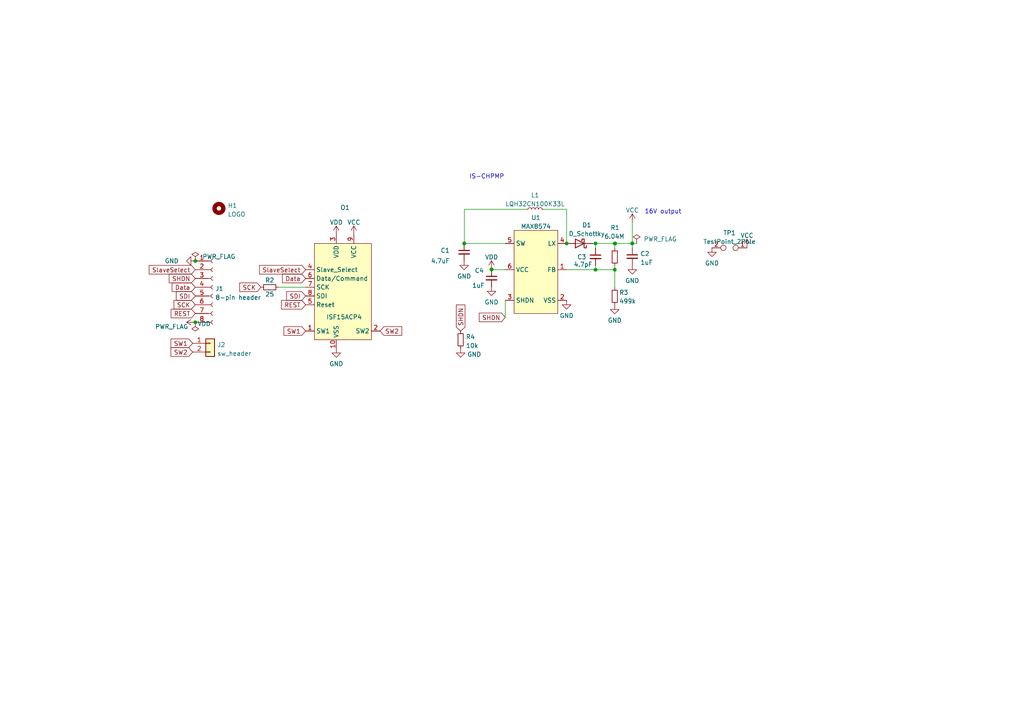
<source format=kicad_sch>
(kicad_sch (version 20211123) (generator eeschema)
  (paper "A4")
  (lib_symbols
    (symbol "Connector:Conn_01x08_Female" (pin_names (offset 1.016) hide)
      (property "Reference" "J" (at 0 10.16 0))
      (property "Value" "Conn_01x08_Female" (at 0 -12.7 0))
      (symbol "Conn_01x08_Female_1_1"
        (arc (start 0 -9.652) (mid -0.508 -10.16) (end 0 -10.668) (stroke (width 0.1524)))
        (arc (start 0 -7.112) (mid -0.508 -7.62) (end 0 -8.128) (stroke (width 0.1524)))
        (arc (start 0 -4.572) (mid -0.508 -5.08) (end 0 -5.588) (stroke (width 0.1524)))
        (arc (start 0 -2.032) (mid -0.508 -2.54) (end 0 -3.048) (stroke (width 0.1524)))
        (polyline (pts (xy -1.27 -10.16) (xy -0.508 -10.16)) (stroke (width 0.1524)))
        (polyline (pts (xy -1.27 -7.62) (xy -0.508 -7.62)) (stroke (width 0.1524)))
        (polyline (pts (xy -1.27 -5.08) (xy -0.508 -5.08)) (stroke (width 0.1524)))
        (polyline (pts (xy -1.27 -2.54) (xy -0.508 -2.54)) (stroke (width 0.1524)))
        (polyline (pts (xy -1.27 0) (xy -0.508 0)) (stroke (width 0.1524)))
        (polyline (pts (xy -1.27 2.54) (xy -0.508 2.54)) (stroke (width 0.1524)))
        (polyline (pts (xy -1.27 5.08) (xy -0.508 5.08)) (stroke (width 0.1524)))
        (polyline (pts (xy -1.27 7.62) (xy -0.508 7.62)) (stroke (width 0.1524)))
        (arc (start 0 0.508) (mid -0.508 0) (end 0 -0.508) (stroke (width 0.1524)))
        (arc (start 0 3.048) (mid -0.508 2.54) (end 0 2.032) (stroke (width 0.1524)))
        (arc (start 0 5.588) (mid -0.508 5.08) (end 0 4.572) (stroke (width 0.1524)))
        (arc (start 0 8.128) (mid -0.508 7.62) (end 0 7.112) (stroke (width 0.1524)))
        (pin passive line (at -5.08 7.62 0) (length 3.81) (name "Pin_1") (number "1"))
        (pin passive line (at -5.08 5.08 0) (length 3.81) (name "Pin_2") (number "2"))
        (pin passive line (at -5.08 2.54 0) (length 3.81) (name "Pin_3") (number "3"))
        (pin passive line (at -5.08 0 0) (length 3.81) (name "Pin_4") (number "4"))
        (pin passive line (at -5.08 -2.54 0) (length 3.81) (name "Pin_5") (number "5"))
        (pin passive line (at -5.08 -5.08 0) (length 3.81) (name "Pin_6") (number "6"))
        (pin passive line (at -5.08 -7.62 0) (length 3.81) (name "Pin_7") (number "7"))
        (pin passive line (at -5.08 -10.16 0) (length 3.81) (name "Pin_8") (number "8"))
      )
    )
    (symbol "Connector:TestPoint_2Pole" (pin_names (offset 0.762) hide)
      (property "Reference" "TP" (at 0 1.524 0))
      (property "Value" "TestPoint_2Pole" (at 0 -1.778 0))
      (symbol "TestPoint_2Pole_0_1"
        (circle (center -1.778 0) (radius 0.762))
        (circle (center 1.778 0) (radius 0.762))
        (pin passive line (at -5.08 0 0) (length 2.54) (name "1") (number "1"))
        (pin passive line (at 5.08 0 180) (length 2.54) (name "2") (number "2"))
      )
    )
    (symbol "Connector_Generic:Conn_01x02" (pin_names (offset 1.016) hide)
      (property "Reference" "J" (at 0 2.54 0))
      (property "Value" "Conn_01x02" (at 0 -5.08 0))
      (symbol "Conn_01x02_1_1"
        (rectangle (start -1.27 -2.413) (end 0 -2.667) (stroke (width 0.1524)))
        (rectangle (start -1.27 0.127) (end 0 -0.127) (stroke (width 0.1524)))
        (rectangle (start -1.27 1.27) (end 1.27 -3.81) (stroke (width 0.254)) (fill (type background)))
        (pin passive line (at -5.08 0 0) (length 3.81) (name "Pin_1") (number "1"))
        (pin passive line (at -5.08 -2.54 0) (length 3.81) (name "Pin_2") (number "2"))
      )
    )
    (symbol "Device:C_Small" (pin_numbers hide) (pin_names (offset 0.254) hide)
      (property "Reference" "C" (at 0.254 1.778 0))
      (property "Value" "C_Small" (at 0.254 -2.032 0))
      (symbol "C_Small_0_1"
        (polyline (pts (xy -1.524 -0.508) (xy 1.524 -0.508)) (stroke (width 0.3302)))
        (polyline (pts (xy -1.524 0.508) (xy 1.524 0.508)) (stroke (width 0.3048)))
      )
      (symbol "C_Small_1_1"
        (pin passive line (at 0 2.54 270) (length 2.032) (name "~") (number "1"))
        (pin passive line (at 0 -2.54 90) (length 2.032) (name "~") (number "2"))
      )
    )
    (symbol "Device:D_Schottky" (pin_numbers hide) (pin_names (offset 1.016) hide)
      (property "Reference" "D" (at 0 2.54 0))
      (property "Value" "D_Schottky" (at 0 -2.54 0))
      (symbol "D_Schottky_0_1"
        (polyline (pts (xy 1.27 0) (xy -1.27 0)))
        (polyline (pts (xy 1.27 1.27) (xy 1.27 -1.27) (xy -1.27 0) (xy 1.27 1.27)) (stroke (width 0.254)))
        (polyline (pts (xy -1.905 0.635) (xy -1.905 1.27) (xy -1.27 1.27) (xy -1.27 -1.27) (xy -0.635 -1.27) (xy -0.635 -0.635)) (stroke (width 0.254)))
      )
      (symbol "D_Schottky_1_1"
        (pin passive line (at -3.81 0 0) (length 2.54) (name "K") (number "1"))
        (pin passive line (at 3.81 0 180) (length 2.54) (name "A") (number "2"))
      )
    )
    (symbol "Device:L_Small" (pin_numbers hide) (pin_names (offset 0.254) hide)
      (property "Reference" "L" (at 0.762 1.016 0))
      (property "Value" "L_Small" (at 0.762 -1.016 0))
      (symbol "L_Small_0_1"
        (arc (start 0 -2.032) (mid 0.508 -1.524) (end 0 -1.016))
        (arc (start 0 -1.016) (mid 0.508 -0.508) (end 0 0))
        (arc (start 0 0) (mid 0.508 0.508) (end 0 1.016))
        (arc (start 0 1.016) (mid 0.508 1.524) (end 0 2.032))
      )
      (symbol "L_Small_1_1"
        (pin passive line (at 0 2.54 270) (length 0.508) (name "~") (number "1"))
        (pin passive line (at 0 -2.54 90) (length 0.508) (name "~") (number "2"))
      )
    )
    (symbol "Device:R_Small" (pin_numbers hide) (pin_names (offset 0.254) hide)
      (property "Reference" "R" (at 0.762 0.508 0))
      (property "Value" "R_Small" (at 0.762 -1.016 0))
      (symbol "R_Small_0_1"
        (rectangle (start -0.762 1.778) (end 0.762 -1.778) (stroke (width 0.2032)))
      )
      (symbol "R_Small_1_1"
        (pin passive line (at 0 2.54 270) (length 0.762) (name "~") (number "1"))
        (pin passive line (at 0 -2.54 90) (length 0.762) (name "~") (number "2"))
      )
    )
    (symbol "Mechanical:MountingHole" (pin_names (offset 1.016))
      (property "Reference" "H" (at 0 5.08 0))
      (property "Value" "MountingHole" (at 0 3.175 0))
      (symbol "MountingHole_0_1"
        (circle (center 0 0) (radius 1.27) (stroke (width 1.27)))
      )
    )
    (symbol "oled-switch:ISF15ACP4"
      (property "Reference" "O?" (at 0 -24.13 0))
      (property "Value" "ISF15ACP4" (at -0.5732 -14.2853 0))
      (symbol "ISF15ACP4_0_0"
        (pin bidirectional line (at -11.43 -19.05 0) (length 2.54) (name "SW1") (number "1"))
        (pin power_in line (at -2.54 -24.13 90) (length 2.54) (name "VSS") (number "10"))
        (pin bidirectional line (at 10.16 -19.05 180) (length 2.54) (name "SW2") (number "2"))
        (pin power_in line (at -2.54 8.89 270) (length 2.54) (name "VDD") (number "3"))
        (pin input line (at -11.43 -1.27 0) (length 2.54) (name "Slave_Select") (number "4"))
        (pin output line (at -11.43 -11.43 0) (length 2.54) (name "Reset") (number "5"))
        (pin input line (at -11.43 -3.81 0) (length 2.54) (name "Data/Command") (number "6"))
        (pin input line (at -11.43 -6.35 0) (length 2.54) (name "SCK") (number "7"))
        (pin input line (at -11.43 -8.89 0) (length 2.54) (name "SDI") (number "8"))
        (pin power_in line (at 2.54 8.89 270) (length 2.54) (name "VCC") (number "9"))
      )
      (symbol "ISF15ACP4_0_1"
        (rectangle (start -8.89 6.35) (end 7.62 -21.59) (stroke (width 0.1524)) (fill (type background)))
      )
    )
    (symbol "oled-switch:MAX8574"
      (property "Reference" "U" (at 0 13.97 0))
      (property "Value" "MAX8574" (at 0 8.89 0))
      (symbol "MAX8574_0_0"
        (pin output line (at 8.89 0 180) (length 2.54) (name "FB") (number "1"))
        (pin input line (at 8.89 -8.89 180) (length 2.54) (name "VSS") (number "2"))
        (pin passive line (at -8.89 -8.89 0) (length 2.54) (name "SHDN") (number "3"))
        (pin passive line (at 8.89 7.62 180) (length 2.54) (name "LX") (number "4"))
        (pin passive line (at -8.89 7.62 0) (length 2.54) (name "SW") (number "5"))
        (pin power_in line (at -8.89 0 0) (length 2.54) (name "VCC") (number "6"))
      )
      (symbol "MAX8574_0_1"
        (rectangle (start -6.35 11.43) (end 6.35 -12.7) (stroke (width 0.1524)) (fill (type background)))
      )
    )
    (symbol "power:GND" (power) (pin_names (offset 0))
      (property "Value" "GND" (at 0 -3.81 0))
      (symbol "GND_0_1"
        (polyline (pts (xy 0 0) (xy 0 -1.27) (xy 1.27 -1.27) (xy 0 -2.54) (xy -1.27 -1.27) (xy 0 -1.27)))
      )
      (symbol "GND_1_1"
        (pin power_in line (at 0 0 270) (length 0) hide (name "GND") (number "1"))
      )
    )
    (symbol "power:PWR_FLAG" (power) (pin_numbers hide) (pin_names (offset 0) hide)
      (property "Value" "PWR_FLAG" (at 0 3.81 0))
      (symbol "PWR_FLAG_0_0"
        (pin power_out line (at 0 0 90) (length 0) (name "pwr") (number "1"))
      )
      (symbol "PWR_FLAG_0_1"
        (polyline (pts (xy 0 0) (xy 0 1.27) (xy -1.016 1.905) (xy 0 2.54) (xy 1.016 1.905) (xy 0 1.27)))
      )
    )
    (symbol "power:VCC" (power) (pin_names (offset 0))
      (property "Value" "VCC" (at 0 3.81 0))
      (symbol "VCC_0_1"
        (polyline (pts (xy -0.762 1.27) (xy 0 2.54)))
        (polyline (pts (xy 0 0) (xy 0 2.54)))
        (polyline (pts (xy 0 2.54) (xy 0.762 1.27)))
      )
      (symbol "VCC_1_1"
        (pin power_in line (at 0 0 90) (length 0) hide (name "VCC") (number "1"))
      )
    )
    (symbol "power:VDD" (power) (pin_names (offset 0))
      (property "Value" "VDD" (at 0 3.81 0))
      (symbol "VDD_0_1"
        (polyline (pts (xy -0.762 1.27) (xy 0 2.54)))
        (polyline (pts (xy 0 0) (xy 0 2.54)))
        (polyline (pts (xy 0 2.54) (xy 0.762 1.27)))
      )
      (symbol "VDD_1_1"
        (pin power_in line (at 0 0 90) (length 0) hide (name "VDD") (number "1"))
      )
    )
  )
  (junction (at 134.6795 70.612))
  (junction (at 142.5589 78.1652))
  (junction (at 178.308 70.612))
  (junction (at 178.308 78.232))
  (junction (at 172.7281 70.612))
  (junction (at 183.388 70.612))
  (junction (at 178.442 70.612))
  (junction (at 134.62 70.612))
  (junction (at 142.5589 78.1268))
  (junction (at 164.338 70.612))
  (junction (at 56.642 75.692))
  (junction (at 56.642 93.472))
  (junction (at 183.3837 70.612))
  (junction (at 172.7281 78.232))
  (wire (pts (xy 172.7281 70.612) (xy 178.308 70.612)))
  (wire (pts (xy 178.308 70.612) (xy 178.308 71.995)))
  (wire (pts (xy 183.388 70.612) (xy 184.658 70.612)))
  (wire (pts (xy 183.3914 64.5564) (xy 183.388 70.612)))
  (wire (pts (xy 142.5589 78.232) (xy 142.5589 78.1652)))
  (wire (pts (xy 134.6795 60.706) (xy 152.654 60.706)))
  (wire (pts (xy 134.6795 70.612) (xy 134.6795 60.706)))
  (wire (pts (xy 164.338 60.706) (xy 164.338 70.612)))
  (wire (pts (xy 178.442 70.612) (xy 178.308 70.612)))
  (wire (pts (xy 172.7281 78.232) (xy 178.308 78.232)))
  (wire (pts (xy 134.6795 70.612) (xy 146.558 70.612)))
  (wire (pts (xy 171.958 70.612) (xy 172.7281 70.612)))
  (wire (pts (xy 142.5589 78.1652) (xy 142.5589 78.1268)))
  (wire (pts (xy 146.558 87.122) (xy 146.558 92.0576)))
  (wire (pts (xy 164.338 60.706) (xy 157.734 60.706)))
  (wire (pts (xy 178.308 78.232) (xy 178.308 83.4094)))
  (wire (pts (xy 183.3837 71.882) (xy 183.388 71.882)))
  (wire (pts (xy 172.7281 71.9523) (xy 172.7281 70.612)))
  (wire (pts (xy 183.3837 70.612) (xy 183.388 70.612)))
  (wire (pts (xy 134.62 70.612) (xy 134.6795 70.612)))
  (wire (pts (xy 178.442 70.612) (xy 183.3837 70.612)))
  (wire (pts (xy 172.7281 77.0323) (xy 172.7281 78.232)))
  (wire (pts (xy 183.3837 70.612) (xy 183.3837 71.882)))
  (wire (pts (xy 80.772 83.312) (xy 88.646 83.312)))
  (wire (pts (xy 178.308 77.075) (xy 178.308 78.232)))
  (wire (pts (xy 164.338 78.232) (xy 172.7281 78.232)))
  (wire (pts (xy 146.558 78.232) (xy 142.5589 78.232)))
  (text " IS-CHPMP\n" (at 135.128 52.07 0) (effects (font (size 1.27 1.27)) (justify left bottom)))
  (text "16V output\n" (at 186.944 62.23 0) (effects (font (size 1.27 1.27)) (justify left bottom)))
  (global_label "SW2" (shape input) (at 110.236 96.012 0) (property "Intersheet References" "${INTERSHEET_REFS}" (effects hide)))
  (global_label "REST" (shape input) (at 56.642 90.932 180) (property "Intersheet References" "${INTERSHEET_REFS}" (effects hide)))
  (global_label "SHDN" (shape input) (at 56.642 80.772 180) (property "Intersheet References" "${INTERSHEET_REFS}" (effects hide)))
  (global_label "SHDN" (shape input) (at 133.604 96.012 90) (property "Intersheet References" "${INTERSHEET_REFS}" (effects hide)))
  (global_label "REST" (shape input) (at 88.646 88.392 180) (property "Intersheet References" "${INTERSHEET_REFS}" (effects hide)))
  (global_label "SCK" (shape input) (at 56.642 88.392 180) (property "Intersheet References" "${INTERSHEET_REFS}" (effects hide)))
  (global_label "SlaveSelect" (shape input) (at 56.642 78.232 180) (property "Intersheet References" "${INTERSHEET_REFS}" (effects hide)))
  (global_label "SCK" (shape input) (at 75.692 83.312 180) (property "Intersheet References" "${INTERSHEET_REFS}" (effects hide)))
  (global_label "Data" (shape input) (at 56.642 83.312 180) (property "Intersheet References" "${INTERSHEET_REFS}" (effects hide)))
  (global_label "SDI" (shape input) (at 56.642 85.852 180) (property "Intersheet References" "${INTERSHEET_REFS}" (effects hide)))
  (global_label "SlaveSelect" (shape input) (at 88.646 78.232 180) (property "Intersheet References" "${INTERSHEET_REFS}" (effects hide)))
  (global_label "SW2" (shape input) (at 55.88 102.108 180) (property "Intersheet References" "${INTERSHEET_REFS}" (effects hide)))
  (global_label "SW1" (shape input) (at 88.646 96.012 180) (property "Intersheet References" "${INTERSHEET_REFS}" (effects hide)))
  (global_label "SW1" (shape input) (at 55.88 99.568 180) (property "Intersheet References" "${INTERSHEET_REFS}" (effects hide)))
  (global_label "Data" (shape input) (at 88.646 80.772 180) (property "Intersheet References" "${INTERSHEET_REFS}" (effects hide)))
  (global_label "SDI" (shape input) (at 88.646 85.852 180) (property "Intersheet References" "${INTERSHEET_REFS}" (effects hide)))
  (global_label "SHDN" (shape input) (at 146.558 92.0576 180) (property "Intersheet References" "${INTERSHEET_REFS}" (effects hide)))
  (symbol (lib_id "oled-switch:MAX8574") (at 155.448 78.232 0) (unit 1)
    (property "Reference" "U1" (at 155.448 63.153 0))
    (property "Value" "MAX8574" (at 155.448 65.6899 0))
    (property "Footprint" "Package_TO_SOT_SMD:SOT-23-6" (effects hide))
    (property "Datasheet" "https://pdf1.alldatasheet.com/datasheet-pdf/view/90627/MAXIM/MAX8574.html" (effects hide))
    (property "suggestion" "C, SOT-23-6, LCD STEP-UP DC-DC CONVERTER, 500mA, 2.7V TO 5.5V " (effects hide))
    (property "PART_ID" "MAX8574EUT+T" (effects hide))
  )
  (symbol (lib_id "Connector_Generic:Conn_01x02") (at 60.96 99.568 0) (unit 1)
    (property "Reference" "J2" (at 62.992 100.0033 0) (effects (justify left)))
    (property "Value" "sw_header" (at 62.992 102.5402 0) (effects (justify left)))
    (property "Footprint" "Connector_PinHeader_1.27mm:PinHeader_1x02_P1.27mm_Vertical" (effects hide))
  )
  (symbol (lib_id "power:VCC") (at 216.662 71.882 0) (unit 1)
    (property "Reference" "#PWR01" (effects hide))
    (property "Value" "VCC" (at 216.662 68.3062 0))
  )
  (symbol (lib_id "Device:C_Small") (at 134.62 73.152 0) (unit 1)
    (property "Reference" "C1" (at 127.762 72.644 0) (effects (justify left)))
    (property "Value" "4.7uF" (at 124.968 75.692 0) (effects (justify left)))
    (property "Footprint" "Capacitor_SMD:C_0603_1608Metric" (effects hide))
    (property "suggestion" "4.7uF, SM0805, 6.3V, X5R " (effects hide))
    (property "PART_ID" "0603X475M6R3CT" (effects hide))
  )
  (symbol (lib_id "power:GND") (at 206.502 71.882 0) (unit 1)
    (property "Reference" "#PWR015" (effects hide))
    (property "Value" "GND" (at 206.502 76.3254 0))
  )
  (symbol (lib_id "power:VDD") (at 142.5589 78.1652 0) (unit 1)
    (property "Reference" "#PWR0102" (effects hide))
    (property "Value" "VDD" (at 142.5589 74.5894 0))
  )
  (symbol (lib_id "power:GND") (at 134.62 75.692 0) (unit 1)
    (property "Reference" "#PWR05" (effects hide))
    (property "Value" "GND" (at 134.62 80.1354 0))
  )
  (symbol (lib_id "power:VCC") (at 183.3914 64.5564 0) (unit 1)
    (property "Reference" "#PWR02" (effects hide))
    (property "Value" "VCC" (at 183.3914 60.9806 0))
  )
  (symbol (lib_id "Device:R_Small") (at 178.308 74.535 180) (unit 1)
    (property "Reference" "R1" (at 177.038 66.04 0) (effects (justify right)))
    (property "Value" "6.04M" (at 175.26 68.58 0) (effects (justify right)))
    (property "Footprint" "Resistor_SMD:R_0805_2012Metric" (effects hide))
    (property "suggestion" "RESISTOR, 6.04M, SM0805, 1/8W, 1% " (effects hide))
    (property "PART_ID" "RC0805FR-076M04L" (effects hide))
  )
  (symbol (lib_id "oled-switch:ISF15ACP4") (at 100.076 76.962 0) (unit 1)
    (property "Reference" "O1" (at 100.076 60.198 0))
    (property "Value" "ISF15ACP4" (at 99.822 91.948 0))
    (property "Footprint" "Display:AT9704-085L" (effects hide))
    (property "Datasheet" "https://www.nkkswitches.com/wp-content/uploads/2016/03/Application-Notes-for-OLED-SmartSwitch.pdf" (effects hide))
    (property "PART_ID" "ISF15ACP4" (effects hide))
  )
  (symbol (lib_id "power:VDD") (at 97.536 68.072 0) (unit 1)
    (property "Reference" "#PWR03" (effects hide))
    (property "Value" "VDD" (at 97.536 64.4962 0))
  )
  (symbol (lib_id "Device:C_Small") (at 183.388 74.422 0) (unit 1)
    (property "Reference" "C2" (at 185.7121 73.5936 0) (effects (justify left)))
    (property "Value" "1uF" (at 185.7121 76.1305 0) (effects (justify left)))
    (property "Footprint" "Capacitor_SMD:C_0603_1608Metric" (effects hide))
    (property "suggestion" "1uF, SM0805, 25V, X7R" (effects hide))
    (property "PART_ID" "CS1608X7R105K250NRB" (effects hide))
  )
  (symbol (lib_id "power:GND") (at 56.642 75.692 270) (unit 1)
    (property "Reference" "#PWR011" (effects hide))
    (property "Value" "GND" (at 47.752 75.692 90) (effects (justify left)))
  )
  (symbol (lib_id "power:GND") (at 178.308 88.4894 0) (unit 1)
    (property "Reference" "#PWR010" (effects hide))
    (property "Value" "GND" (at 178.308 92.9328 0))
  )
  (symbol (lib_id "power:VCC") (at 102.616 68.072 0) (unit 1)
    (property "Reference" "#PWR04" (effects hide))
    (property "Value" "VCC" (at 102.616 64.4962 0))
  )
  (symbol (lib_id "power:GND") (at 142.5589 83.2068 0) (unit 1)
    (property "Reference" "#PWR08" (effects hide))
    (property "Value" "GND" (at 142.5589 87.6502 0))
  )
  (symbol (lib_id "power:PWR_FLAG") (at 56.642 75.692 0) (unit 1)
    (property "Reference" "#FLG0102" (effects hide))
    (property "Value" "PWR_FLAG" (at 63.5 74.422 0))
  )
  (symbol (lib_id "power:GND") (at 97.536 101.092 0) (unit 1)
    (property "Reference" "#PWR013" (effects hide))
    (property "Value" "GND" (at 97.536 105.5354 0))
  )
  (symbol (lib_id "power:GND") (at 164.338 87.122 0) (unit 1)
    (property "Reference" "#PWR09" (effects hide))
    (property "Value" "GND" (at 164.338 91.5654 0))
  )
  (symbol (lib_id "Device:C_Small") (at 142.5589 80.6668 0) (unit 1)
    (property "Reference" "C4" (at 137.668 78.486 0) (effects (justify left)))
    (property "Value" "1uF" (at 136.906 82.804 0) (effects (justify left)))
    (property "Footprint" "Capacitor_SMD:C_0603_1608Metric" (effects hide))
    (property "suggestion" "1uF, SM0805, 16V, X7R " (effects hide))
    (property "PART_ID" "CS1608X7R105K250NRB" (effects hide))
  )
  (symbol (lib_id "Connector:Conn_01x08_Female") (at 61.722 83.312 0) (unit 1)
    (property "Reference" "J1" (at 62.4332 83.7473 0) (effects (justify left)))
    (property "Value" "8-pin header" (at 62.4332 86.2842 0) (effects (justify left)))
    (property "Footprint" "Connector_PinHeader_1.27mm:PinHeader_1x08_P1.27mm_Vertical" (effects hide))
  )
  (symbol (lib_id "Device:L_Small") (at 155.194 60.706 90) (unit 1)
    (property "Reference" "L1" (at 155.194 56.6252 90))
    (property "Value" "LQH32CN100K33L" (at 155.194 59.1621 90))
    (property "Footprint" "Inductor_SMD:L_1210_3225Metric" (effects hide))
    (property "suggestion" "450mA 10uH 390mΩ 1210 Power Inductors ROHS" (effects hide))
    (property "PART_ID" "LQH32CN100K33" (effects hide))
  )
  (symbol (lib_id "power:VDD") (at 56.642 93.472 90) (unit 1)
    (property "Reference" "#PWR0101" (effects hide))
    (property "Value" "VDD" (at 57.277 93.9058 90) (effects (justify right)))
  )
  (symbol (lib_id "Mechanical:MountingHole") (at 63.5 60.452 0) (unit 1)
    (property "Reference" "H1" (at 66.04 59.6173 0) (effects (justify left)))
    (property "Value" "LOGO" (at 66.04 62.1542 0) (effects (justify left)))
    (property "Footprint" "logo:icon-temp" (effects hide))
  )
  (symbol (lib_id "Device:R_Small") (at 78.232 83.312 90) (unit 1)
    (property "Reference" "R2" (at 78.232 81.28 90))
    (property "Value" "25" (at 78.232 85.344 90))
    (property "Footprint" "Resistor_SMD:R_0805_2012Metric" (effects hide))
    (property "PART_ID" "ARG05BTC0250N" (effects hide))
  )
  (symbol (lib_id "power:PWR_FLAG") (at 56.642 93.472 180) (unit 1)
    (property "Reference" "#FLG0101" (effects hide))
    (property "Value" "PWR_FLAG" (at 49.784 94.742 0))
  )
  (symbol (lib_id "Connector:TestPoint_2Pole") (at 211.582 71.882 180) (unit 1)
    (property "Reference" "TP1" (at 211.582 67.5472 0))
    (property "Value" "TestPoint_2Pole" (at 211.582 70.0841 0))
    (property "Footprint" "TestPoint:TestPoint_2Pads_Pitch2.54mm_Drill0.8mm" (effects hide))
  )
  (symbol (lib_id "Device:D_Schottky") (at 168.148 70.612 180) (unit 1)
    (property "Reference" "D1" (at 170.18 65.278 0))
    (property "Value" "D_Schottky" (at 170.18 67.8149 0))
    (property "Footprint" "Diode_SMD:D_SOD-323" (effects hide))
    (property "suggestion" "DIODE, SCHOTTKY, SOD-123, 0.200A, 30V" (effects hide))
    (property "PART_ID" "BAT43WS_R1_00001" (effects hide))
  )
  (symbol (lib_id "power:PWR_FLAG") (at 184.658 70.612 0) (unit 1)
    (property "Reference" "#FLG01" (effects hide))
    (property "Value" "PWR_FLAG" (at 191.516 69.342 0))
  )
  (symbol (lib_id "Device:R_Small") (at 133.604 98.552 180) (unit 1)
    (property "Reference" "R4" (at 135.1026 97.7173 0) (effects (justify right)))
    (property "Value" "10k" (at 135.1026 100.2542 0) (effects (justify right)))
    (property "Footprint" "Resistor_SMD:R_0603_1608Metric" (effects hide))
    (property "PART_ID" "RC0603JR-0710KL" (effects hide))
  )
  (symbol (lib_id "Device:C_Small") (at 172.7281 74.4923 0) (unit 1)
    (property "Reference" "C3" (at 167.3896 74.5261 0) (effects (justify left)))
    (property "Value" "4.7pF" (at 166.37 76.708 0) (effects (justify left)))
    (property "Footprint" "Capacitor_SMD:C_0603_1608Metric" (effects hide))
    (property "suggestion" "4.7pF, SM0805, 50V, COG " (effects hide))
    (property "PART_ID" "0603CG4R7C500NT" (effects hide))
  )
  (symbol (lib_id "Device:R_Small") (at 178.308 85.9494 180) (unit 1)
    (property "Reference" "R3" (at 179.578 84.836 0) (effects (justify right)))
    (property "Value" "499k" (at 179.578 87.376 0) (effects (justify right)))
    (property "Footprint" "Resistor_SMD:R_0805_2012Metric" (effects hide))
    (property "suggestion" "RESISTOR, 499K, SM0805, 1/8W, 1%" (effects hide))
    (property "PART_ID" "ARG05BTC4993" (effects hide))
  )
  (symbol (lib_id "power:GND") (at 183.388 76.962 0) (unit 1)
    (property "Reference" "#PWR06" (effects hide))
    (property "Value" "GND" (at 183.388 81.4054 0))
  )
  (symbol (lib_id "power:GND") (at 133.604 101.092 0) (unit 1)
    (property "Reference" "#PWR014" (effects hide))
    (property "Value" "GND" (at 135.509 102.7958 0) (effects (justify left)))
  )
)
</source>
